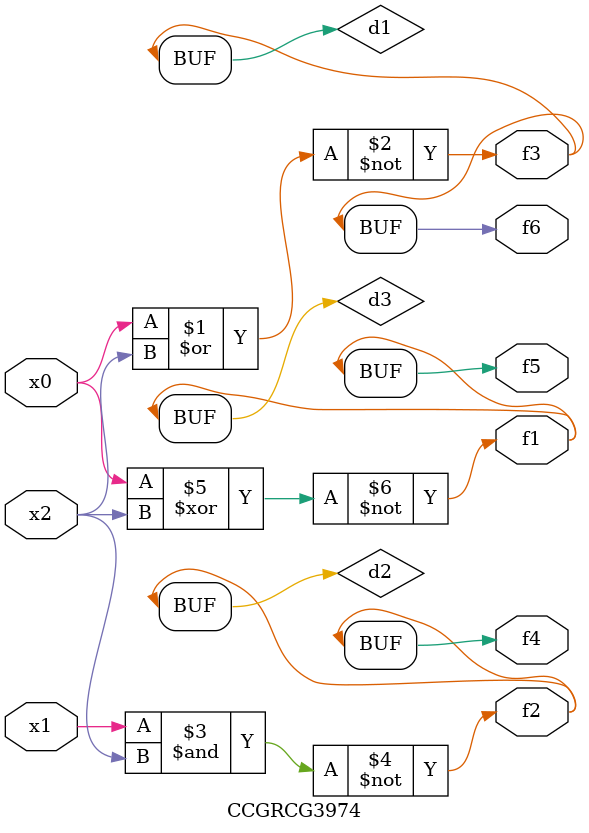
<source format=v>
module CCGRCG3974(
	input x0, x1, x2,
	output f1, f2, f3, f4, f5, f6
);

	wire d1, d2, d3;

	nor (d1, x0, x2);
	nand (d2, x1, x2);
	xnor (d3, x0, x2);
	assign f1 = d3;
	assign f2 = d2;
	assign f3 = d1;
	assign f4 = d2;
	assign f5 = d3;
	assign f6 = d1;
endmodule

</source>
